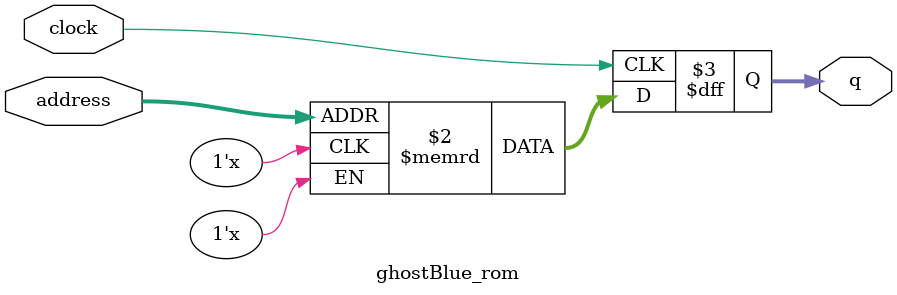
<source format=sv>
module ghostBlue_rom (
	input logic clock,
	input logic [7:0] address,
	output logic [1:0] q
);

logic [1:0] memory [0:255] /* synthesis ram_init_file = "./ghostBlue/ghostBlue.mif" */;

always_ff @ (posedge clock) begin
	q <= memory[address];
end

endmodule

</source>
